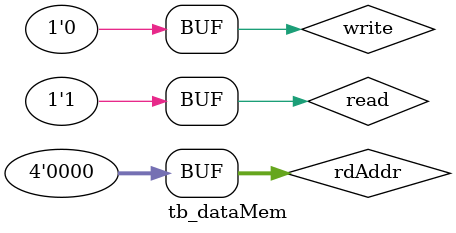
<source format=v>
`include "dataMem.v"
`include "clock.v"

module tb_dataMem;
  reg write, read;
  reg [3:0] rdAddr, wrAddr;
  reg [15:0] data_in;
  wire [15:0] data_out;
  wire clk;

  clock c(.clk(clk));
  dataMem uut(.clk(clk),.write(write),.read(read),.rdAddr(rdAddr),.wrAddr(wrAddr),.data_in(data_in),.data_out(data_out));
  initial begin
    write = 1'b0;
    read = 1'b1;
    rdAddr = 4'b0000;
  end
  initial begin
    $monitor("%b",data_out);
  end
endmodule

</source>
